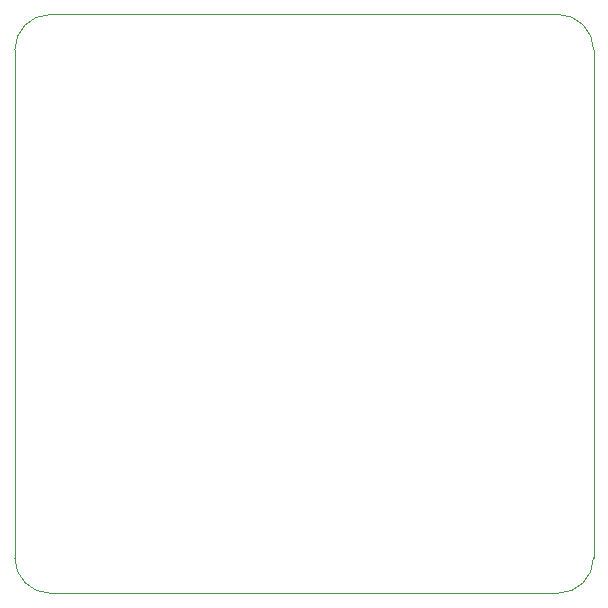
<source format=gbr>
%TF.GenerationSoftware,KiCad,Pcbnew,8.0.8-8.0.8-0~ubuntu22.04.1*%
%TF.CreationDate,2025-03-05T22:54:23+01:00*%
%TF.ProjectId,GLITCHING_FMAW,474c4954-4348-4494-9e47-5f464d41572e,rev?*%
%TF.SameCoordinates,Original*%
%TF.FileFunction,Profile,NP*%
%FSLAX46Y46*%
G04 Gerber Fmt 4.6, Leading zero omitted, Abs format (unit mm)*
G04 Created by KiCad (PCBNEW 8.0.8-8.0.8-0~ubuntu22.04.1) date 2025-03-05 22:54:23*
%MOMM*%
%LPD*%
G01*
G04 APERTURE LIST*
%TA.AperFunction,Profile*%
%ADD10C,0.050000*%
%TD*%
G04 APERTURE END LIST*
D10*
X79000000Y-70000000D02*
G75*
G02*
X76000000Y-73000000I-3000000J0D01*
G01*
X76000000Y-24000000D02*
G75*
G02*
X79000000Y-27000000I0J-3000000D01*
G01*
X30000000Y-70000000D02*
X30000000Y-27000000D01*
X30000000Y-27000000D02*
G75*
G02*
X33000000Y-24000000I3000000J0D01*
G01*
X33000000Y-73000000D02*
G75*
G02*
X30000000Y-70000000I0J3000000D01*
G01*
X76000000Y-73000000D02*
X33000000Y-73000000D01*
X33000000Y-24000000D02*
X76000000Y-24000000D01*
X79000000Y-27000000D02*
X79000000Y-70000000D01*
M02*

</source>
